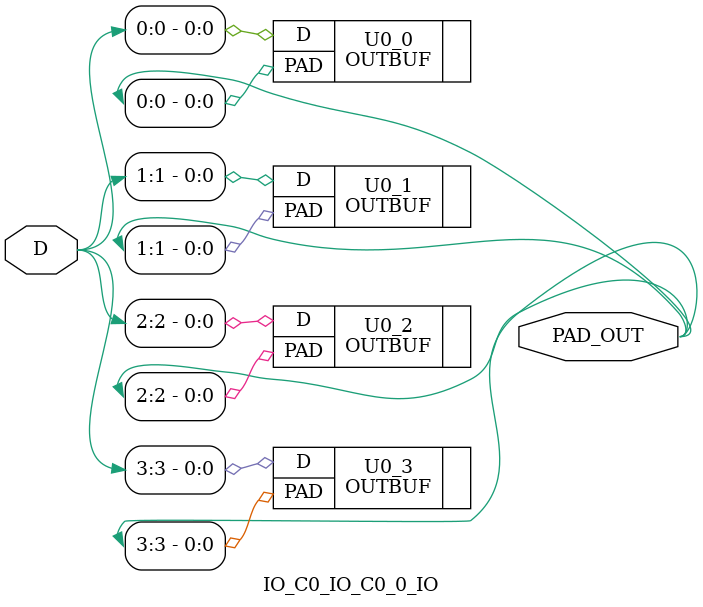
<source format=v>
`timescale 1 ns/100 ps


module IO_C0_IO_C0_0_IO(
       PAD_OUT,
       D
    );
output [3:0] PAD_OUT;
input  [3:0] D;

    
    OUTBUF #( .IOSTD("LVCMOS33") )  U0_0 (.D(D[0]), .PAD(PAD_OUT[0]));
    OUTBUF #( .IOSTD("LVCMOS33") )  U0_3 (.D(D[3]), .PAD(PAD_OUT[3]));
    OUTBUF #( .IOSTD("LVCMOS33") )  U0_2 (.D(D[2]), .PAD(PAD_OUT[2]));
    OUTBUF #( .IOSTD("LVCMOS33") )  U0_1 (.D(D[1]), .PAD(PAD_OUT[1]));
    
endmodule

</source>
